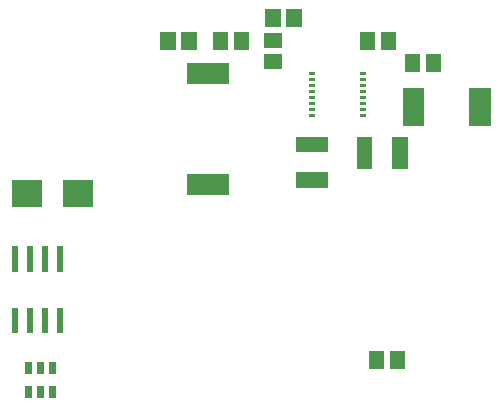
<source format=gbr>
G04 start of page 10 for group -4015 idx -4015 *
G04 Title: (unknown), toppaste *
G04 Creator: pcb 4.0.2 *
G04 CreationDate: Thu Apr 18 02:51:52 2019 UTC *
G04 For: ndholmes *
G04 Format: Gerber/RS-274X *
G04 PCB-Dimensions (mil): 2500.00 1500.00 *
G04 PCB-Coordinate-Origin: lower left *
%MOIN*%
%FSLAX25Y25*%
%LNTOPPASTE*%
%ADD50C,0.0001*%
G54D50*G36*
X194016Y131952D02*X188898D01*
Y126048D01*
X194016D01*
Y131952D01*
G37*
G36*
X201102D02*X195984D01*
Y126048D01*
X201102D01*
Y131952D01*
G37*
G36*
X209016Y124452D02*X203898D01*
Y118548D01*
X209016D01*
Y124452D01*
G37*
G36*
X216102D02*X210984D01*
Y118548D01*
X216102D01*
Y124452D01*
G37*
G36*
X204869Y96814D02*X199751D01*
Y86186D01*
X204869D01*
Y96814D01*
G37*
G36*
X193059D02*X187941D01*
Y86186D01*
X193059D01*
Y96814D01*
G37*
G36*
X157048Y131645D02*Y126527D01*
X162952D01*
Y131645D01*
X157048D01*
G37*
G36*
Y124559D02*Y119441D01*
X162952D01*
Y124559D01*
X157048D01*
G37*
G36*
X131500Y84500D02*Y77500D01*
X145500D01*
Y84500D01*
X131500D01*
G37*
G36*
Y121500D02*Y114500D01*
X145500D01*
Y121500D01*
X131500D01*
G37*
G36*
X172000Y118390D02*Y117390D01*
X174000D01*
Y118390D01*
X172000D01*
G37*
G36*
Y116421D02*Y115421D01*
X174000D01*
Y116421D01*
X172000D01*
G37*
G36*
Y114453D02*Y113453D01*
X174000D01*
Y114453D01*
X172000D01*
G37*
G36*
Y112484D02*Y111484D01*
X174000D01*
Y112484D01*
X172000D01*
G37*
G36*
Y110516D02*Y109516D01*
X174000D01*
Y110516D01*
X172000D01*
G37*
G36*
Y108547D02*Y107547D01*
X174000D01*
Y108547D01*
X172000D01*
G37*
G36*
Y106579D02*Y105579D01*
X174000D01*
Y106579D01*
X172000D01*
G37*
G36*
Y104610D02*Y103610D01*
X174000D01*
Y104610D01*
X172000D01*
G37*
G36*
X189000D02*Y103610D01*
X191000D01*
Y104610D01*
X189000D01*
G37*
G36*
Y106579D02*Y105579D01*
X191000D01*
Y106579D01*
X189000D01*
G37*
G36*
Y108547D02*Y107547D01*
X191000D01*
Y108547D01*
X189000D01*
G37*
G36*
Y110516D02*Y109516D01*
X191000D01*
Y110516D01*
X189000D01*
G37*
G36*
Y112484D02*Y111484D01*
X191000D01*
Y112484D01*
X189000D01*
G37*
G36*
Y114453D02*Y113453D01*
X191000D01*
Y114453D01*
X189000D01*
G37*
G36*
Y116421D02*Y115421D01*
X191000D01*
Y116421D01*
X189000D01*
G37*
G36*
Y118390D02*Y117390D01*
X191000D01*
Y118390D01*
X189000D01*
G37*
G36*
X167591Y85154D02*Y80036D01*
X178219D01*
Y85154D01*
X167591D01*
G37*
G36*
Y96964D02*Y91846D01*
X178219D01*
Y96964D01*
X167591D01*
G37*
G36*
X210495Y113299D02*X203408D01*
Y100700D01*
X210495D01*
Y113299D01*
G37*
G36*
X232544D02*X225456D01*
Y100700D01*
X232544D01*
Y113299D01*
G37*
G36*
X169602Y139452D02*X164484D01*
Y133548D01*
X169602D01*
Y139452D01*
G37*
G36*
X162516D02*X157398D01*
Y133548D01*
X162516D01*
Y139452D01*
G37*
G36*
X145016Y131952D02*X139898D01*
Y126048D01*
X145016D01*
Y131952D01*
G37*
G36*
X152102D02*X146984D01*
Y126048D01*
X152102D01*
Y131952D01*
G37*
G36*
X127516D02*X122398D01*
Y126048D01*
X127516D01*
Y131952D01*
G37*
G36*
X134602D02*X129484D01*
Y126048D01*
X134602D01*
Y131952D01*
G37*
G36*
X204102Y25452D02*X198984D01*
Y19548D01*
X204102D01*
Y25452D01*
G37*
G36*
X197016D02*X191898D01*
Y19548D01*
X197016D01*
Y25452D01*
G37*
G36*
X75000Y40000D02*X73000D01*
Y31500D01*
X75000D01*
Y40000D01*
G37*
G36*
X80000D02*X78000D01*
Y31500D01*
X80000D01*
Y40000D01*
G37*
G36*
X85000D02*X83000D01*
Y31500D01*
X85000D01*
Y40000D01*
G37*
G36*
X90000D02*X88000D01*
Y31500D01*
X90000D01*
Y40000D01*
G37*
G36*
Y60500D02*X88000D01*
Y52000D01*
X90000D01*
Y60500D01*
G37*
G36*
X85000D02*X83000D01*
Y52000D01*
X85000D01*
Y60500D01*
G37*
G36*
X80000D02*X78000D01*
Y52000D01*
X80000D01*
Y60500D01*
G37*
G36*
X75000D02*X73000D01*
Y52000D01*
X75000D01*
Y60500D01*
G37*
G36*
X79800Y13800D02*X77400D01*
Y9800D01*
X79800D01*
Y13800D01*
G37*
G36*
X83700D02*X81300D01*
Y9800D01*
X83700D01*
Y13800D01*
G37*
G36*
X87600D02*X85200D01*
Y9800D01*
X87600D01*
Y13800D01*
G37*
G36*
Y22000D02*X85200D01*
Y18000D01*
X87600D01*
Y22000D01*
G37*
G36*
X83700D02*X81300D01*
Y18000D01*
X83700D01*
Y22000D01*
G37*
G36*
X79800D02*X77400D01*
Y18000D01*
X79800D01*
Y22000D01*
G37*
G36*
X73114Y82528D02*Y73472D01*
X82956D01*
Y82528D01*
X73114D01*
G37*
G36*
X90044D02*Y73472D01*
X99886D01*
Y82528D01*
X90044D01*
G37*
M02*

</source>
